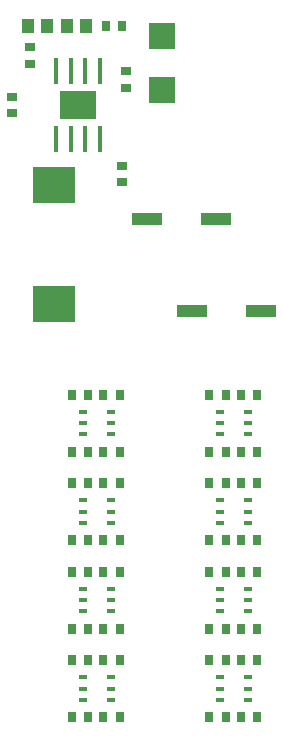
<source format=gtp>
%FSLAX43Y43*%
%MOMM*%
%SFA1B1*%

%IPPOS*%
%ADD10R,2.539995X1.015998*%
%ADD11R,2.299995X2.299995*%
%ADD12R,0.799998X0.899998*%
%ADD13R,0.799998X0.349999*%
%ADD14R,0.449999X2.199996*%
%ADD15R,3.099994X2.399995*%
%ADD16R,0.899998X0.799998*%
%ADD17R,0.999998X1.299997*%
%ADD18R,3.682993X3.047994*%
%LNlp_led_cube_8x8x8-1*%
%LPD*%
G54D10*
X131825Y100964D03*
X125983D03*
X135635Y93217D03*
X129793D03*
G54D11*
X127253Y116422D03*
Y111922D03*
G54D12*
X123686Y71119D03*
X122286D03*
X135319D03*
X133919D03*
X121019Y66293D03*
X119619D03*
X123686D03*
X122286D03*
X121019Y71119D03*
X119619D03*
X132652D03*
X131252D03*
X132652Y66293D03*
X131252D03*
X135319D03*
X133919D03*
X123686Y58800D03*
X122286D03*
X135319D03*
X133919D03*
X121019Y63626D03*
X119619D03*
X123686D03*
X122286D03*
X135319D03*
X133919D03*
X121019Y58800D03*
X119619D03*
X132652Y63626D03*
X131252D03*
X132652Y58800D03*
X131252D03*
X123686Y81279D03*
X122286D03*
X123686Y86105D03*
X122286D03*
X121019Y81279D03*
X119619D03*
X121019Y86105D03*
X119619D03*
X135319Y81279D03*
X133919D03*
X132652D03*
X131252D03*
X132652Y86105D03*
X131252D03*
X135319D03*
X133919D03*
X123686Y73786D03*
X122286D03*
X121019Y78612D03*
X119619D03*
X121019Y73786D03*
X119619D03*
X123686Y78612D03*
X122286D03*
X132652D03*
X131252D03*
X132652Y73786D03*
X131252D03*
X135319Y78612D03*
X133919D03*
X135319Y73786D03*
X133919D03*
X122489Y117347D03*
X123889D03*
G54D13*
X122935Y69646D03*
X120522Y68706D03*
Y69646D03*
X122935Y68706D03*
X120522Y67766D03*
X122935D03*
X134568Y69646D03*
X132155Y68706D03*
Y69646D03*
X134568Y68706D03*
X132155Y67766D03*
X134568D03*
X122935Y62153D03*
X120522Y61213D03*
Y62153D03*
X122935Y61213D03*
X120522Y60273D03*
X122935D03*
X134568Y62153D03*
X132155Y61213D03*
Y62153D03*
X134568Y61213D03*
X132155Y60273D03*
X134568D03*
X122935Y84632D03*
X120522Y83692D03*
Y84632D03*
X122935Y83692D03*
X120522Y82752D03*
X122935D03*
X134568Y84632D03*
X132155Y83692D03*
Y84632D03*
X134568Y83692D03*
X132155Y82752D03*
X134568D03*
X122935Y77139D03*
X120522Y76199D03*
Y77139D03*
X122935Y76199D03*
X120522Y75259D03*
X122935D03*
X134568Y77139D03*
X132155Y76199D03*
Y77139D03*
X134568Y76199D03*
X132155Y75259D03*
X134568D03*
G54D14*
X122016Y113491D03*
X119516D03*
X118266D03*
X120766D03*
Y107741D03*
X118266D03*
X119516D03*
X122016D03*
G54D15*
X120141Y110616D03*
G54D16*
X116077Y115507D03*
Y114107D03*
X124205Y112075D03*
Y113475D03*
X114553Y109916D03*
Y111316D03*
X123824Y104074D03*
Y105474D03*
G54D17*
X117512Y117347D03*
X115912D03*
X120814D03*
X119214D03*
G54D18*
X118109Y93788D03*
Y103822D03*
M02*
</source>
